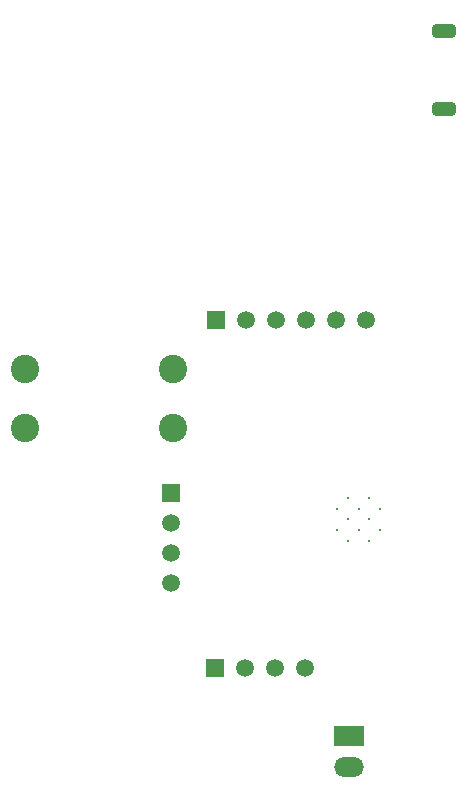
<source format=gbr>
%TF.GenerationSoftware,Altium Limited,Altium Designer,25.7.1 (20)*%
G04 Layer_Color=255*
%FSLAX45Y45*%
%MOMM*%
%TF.SameCoordinates,6DC23F8A-9C4A-45C2-95F2-439E2FAEE1B8*%
%TF.FilePolarity,Positive*%
%TF.FileFunction,Pads,Top*%
%TF.Part,Single*%
G01*
G75*
%TA.AperFunction,ComponentPad*%
%ADD13R,2.54000X1.65100*%
%ADD14O,2.54000X1.65100*%
%ADD15C,1.50000*%
%ADD16R,1.50000X1.50000*%
%ADD17R,1.50000X1.50000*%
G04:AMPARAMS|DCode=18|XSize=2mm|YSize=1.2mm|CornerRadius=0.36mm|HoleSize=0mm|Usage=FLASHONLY|Rotation=180.000|XOffset=0mm|YOffset=0mm|HoleType=Round|Shape=RoundedRectangle|*
%AMROUNDEDRECTD18*
21,1,2.00000,0.48000,0,0,180.0*
21,1,1.28000,1.20000,0,0,180.0*
1,1,0.72000,-0.64000,0.24000*
1,1,0.72000,0.64000,0.24000*
1,1,0.72000,0.64000,-0.24000*
1,1,0.72000,-0.64000,-0.24000*
%
%ADD18ROUNDEDRECTD18*%
%ADD19C,0.30000*%
%ADD20C,2.40000*%
D13*
X16820341Y4572000D02*
D03*
D14*
Y4305300D02*
D03*
D15*
X15316200Y6375400D02*
D03*
Y6121400D02*
D03*
Y5867400D02*
D03*
X16192500Y5143500D02*
D03*
X16446500D02*
D03*
X15938499D02*
D03*
X15951199Y8089900D02*
D03*
X16205200D02*
D03*
X16459200D02*
D03*
X16713200D02*
D03*
X16967200D02*
D03*
D16*
X15316200Y6629400D02*
D03*
D17*
X15684500Y5143500D02*
D03*
X15697200Y8089900D02*
D03*
D18*
X17627600Y9880798D02*
D03*
Y10540802D02*
D03*
D19*
X16719499Y6495049D02*
D03*
Y6311549D02*
D03*
X16811249Y6586799D02*
D03*
Y6403299D02*
D03*
Y6219800D02*
D03*
X16902998Y6495049D02*
D03*
Y6311549D02*
D03*
X16994749Y6586799D02*
D03*
Y6403299D02*
D03*
Y6219800D02*
D03*
X17086499Y6495049D02*
D03*
Y6311549D02*
D03*
D20*
X14081599Y7179501D02*
D03*
X15331599D02*
D03*
Y7679500D02*
D03*
X14081599D02*
D03*
%TF.MD5,89dfa0a9779c21268c8929b240721c62*%
M02*

</source>
